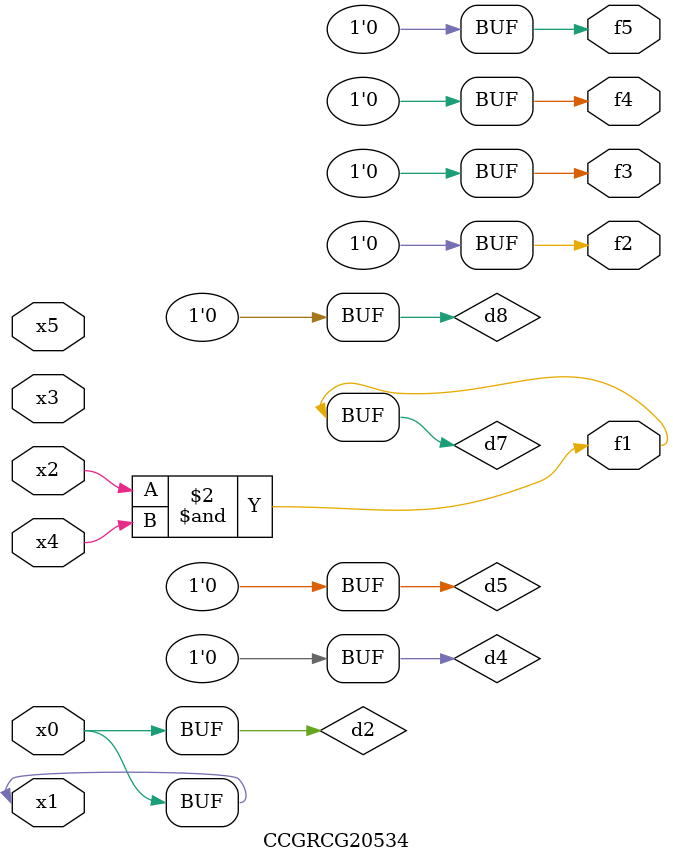
<source format=v>
module CCGRCG20534(
	input x0, x1, x2, x3, x4, x5,
	output f1, f2, f3, f4, f5
);

	wire d1, d2, d3, d4, d5, d6, d7, d8, d9;

	nand (d1, x1);
	buf (d2, x0, x1);
	nand (d3, x2, x4);
	and (d4, d1, d2);
	and (d5, d1, d2);
	nand (d6, d1, d3);
	not (d7, d3);
	xor (d8, d5);
	nor (d9, d5, d6);
	assign f1 = d7;
	assign f2 = d8;
	assign f3 = d8;
	assign f4 = d8;
	assign f5 = d8;
endmodule

</source>
